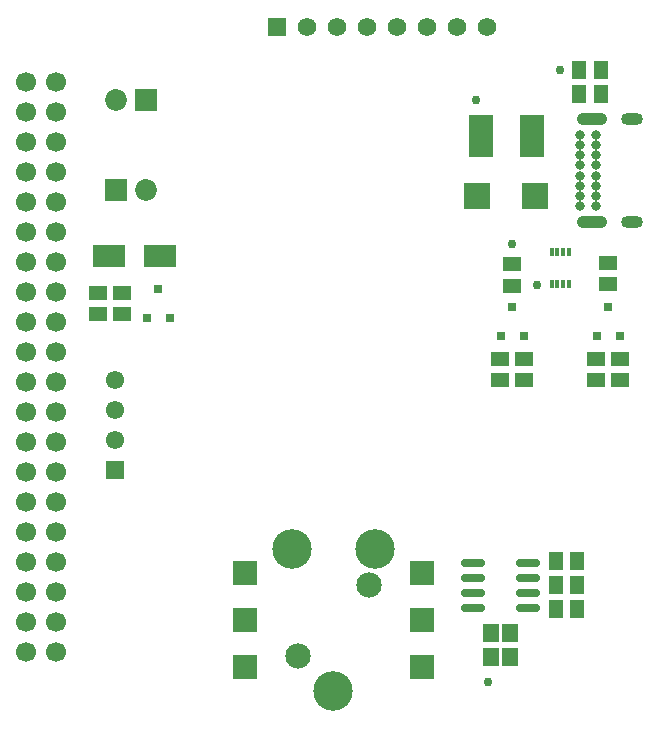
<source format=gts>
G04*
G04 #@! TF.GenerationSoftware,Altium Limited,Altium Designer,20.2.6 (244)*
G04*
G04 Layer_Color=8388736*
%FSLAX25Y25*%
%MOIN*%
G70*
G04*
G04 #@! TF.SameCoordinates,54722894-AE61-4C59-B5F0-4C27AF3D34EB*
G04*
G04*
G04 #@! TF.FilePolarity,Negative*
G04*
G01*
G75*
%ADD19R,0.08504X0.08898*%
%ADD20R,0.01181X0.02756*%
%ADD22R,0.03150X0.03150*%
%ADD27R,0.08465X0.14370*%
%ADD28R,0.04724X0.06299*%
%ADD29R,0.06299X0.04724*%
%ADD30R,0.05709X0.06299*%
%ADD31R,0.08465X0.08071*%
%ADD32R,0.11024X0.07480*%
%ADD33O,0.08071X0.02953*%
%ADD34C,0.03150*%
%ADD35O,0.10039X0.04134*%
%ADD36O,0.07284X0.04134*%
%ADD37R,0.07284X0.07284*%
%ADD38C,0.07284*%
%ADD39C,0.00591*%
%ADD40C,0.06102*%
%ADD41R,0.06102X0.06102*%
%ADD42C,0.06181*%
%ADD43R,0.06181X0.06181*%
%ADD44C,0.13189*%
%ADD45C,0.08465*%
%ADD46C,0.06693*%
%ADD47C,0.02953*%
D19*
X611646Y238000D02*
D03*
X592354D02*
D03*
D20*
X622953Y208685D02*
D03*
X620984D02*
D03*
X619016D02*
D03*
X617047D02*
D03*
Y219315D02*
D03*
X619016D02*
D03*
X620984D02*
D03*
X622953D02*
D03*
D22*
X636000Y200724D02*
D03*
X639740Y191276D02*
D03*
X632260D02*
D03*
X604000Y200724D02*
D03*
X607740Y191276D02*
D03*
X600260D02*
D03*
X486000Y206724D02*
D03*
X489740Y197276D02*
D03*
X482260D02*
D03*
D27*
X610465Y258000D02*
D03*
X593535D02*
D03*
D28*
X626358Y280000D02*
D03*
X633642D02*
D03*
Y272000D02*
D03*
X626358D02*
D03*
X618407Y116083D02*
D03*
X625691D02*
D03*
Y108083D02*
D03*
X618407D02*
D03*
Y100083D02*
D03*
X625691D02*
D03*
D29*
X604000Y215283D02*
D03*
Y208000D02*
D03*
X636000Y215642D02*
D03*
Y208358D02*
D03*
X632000Y183642D02*
D03*
Y176358D02*
D03*
X640000Y183642D02*
D03*
Y176358D02*
D03*
X600000Y183642D02*
D03*
Y176358D02*
D03*
X608000Y183642D02*
D03*
Y176358D02*
D03*
X474000Y205642D02*
D03*
Y198358D02*
D03*
X466000D02*
D03*
Y205642D02*
D03*
D30*
X596900Y84083D02*
D03*
X603199D02*
D03*
X596900Y92083D02*
D03*
X603199D02*
D03*
D31*
X514764Y80709D02*
D03*
Y96457D02*
D03*
Y112205D02*
D03*
X573819Y80709D02*
D03*
Y96457D02*
D03*
Y112205D02*
D03*
D32*
X486465Y218000D02*
D03*
X469535D02*
D03*
D33*
X609301Y100583D02*
D03*
Y105583D02*
D03*
Y110583D02*
D03*
Y115583D02*
D03*
X590797Y100583D02*
D03*
Y105583D02*
D03*
Y110583D02*
D03*
Y115583D02*
D03*
D34*
X626536Y234646D02*
D03*
Y237993D02*
D03*
Y241339D02*
D03*
Y244686D02*
D03*
Y248032D02*
D03*
Y251379D02*
D03*
Y254725D02*
D03*
Y258072D02*
D03*
X631850D02*
D03*
Y254725D02*
D03*
Y251379D02*
D03*
Y248032D02*
D03*
Y244686D02*
D03*
Y241339D02*
D03*
Y237993D02*
D03*
Y234646D02*
D03*
D35*
X630394Y229331D02*
D03*
Y263387D02*
D03*
D36*
X643701D02*
D03*
Y229331D02*
D03*
D37*
X482000Y270000D02*
D03*
X472000Y240000D02*
D03*
D38*
Y270000D02*
D03*
X482000Y240000D02*
D03*
D39*
X542323Y236221D02*
D03*
X510827Y267717D02*
D03*
X573819D02*
D03*
X510827Y204724D02*
D03*
X573819D02*
D03*
X640748Y294291D02*
D03*
Y65945D02*
D03*
X447835D02*
D03*
Y294291D02*
D03*
D40*
X471457Y166654D02*
D03*
Y156653D02*
D03*
Y176654D02*
D03*
D41*
Y146653D02*
D03*
D42*
X595630Y294291D02*
D03*
X585630D02*
D03*
X575630D02*
D03*
X565630D02*
D03*
X555630D02*
D03*
X545630D02*
D03*
X535630D02*
D03*
D43*
X525630D02*
D03*
D44*
X558071Y120079D02*
D03*
X530512D02*
D03*
X544291Y72835D02*
D03*
D45*
X556102Y108268D02*
D03*
X532480Y84646D02*
D03*
D46*
X441772Y275866D02*
D03*
Y265866D02*
D03*
Y255866D02*
D03*
Y245866D02*
D03*
Y235866D02*
D03*
Y225866D02*
D03*
Y215866D02*
D03*
Y205866D02*
D03*
Y195866D02*
D03*
Y185866D02*
D03*
Y175866D02*
D03*
Y165866D02*
D03*
Y155866D02*
D03*
Y145866D02*
D03*
Y135866D02*
D03*
Y125866D02*
D03*
Y115866D02*
D03*
Y105866D02*
D03*
Y95866D02*
D03*
Y85866D02*
D03*
X451772Y275866D02*
D03*
Y265866D02*
D03*
Y255866D02*
D03*
Y245866D02*
D03*
Y235866D02*
D03*
Y225866D02*
D03*
Y215866D02*
D03*
Y205866D02*
D03*
Y195866D02*
D03*
Y185866D02*
D03*
Y175866D02*
D03*
Y165866D02*
D03*
Y155866D02*
D03*
Y145866D02*
D03*
Y135866D02*
D03*
Y125866D02*
D03*
Y115866D02*
D03*
Y105866D02*
D03*
Y95866D02*
D03*
Y85866D02*
D03*
D47*
X596000Y76000D02*
D03*
X612261Y208261D02*
D03*
X604000Y222000D02*
D03*
X592000Y270000D02*
D03*
X620000Y280000D02*
D03*
M02*

</source>
